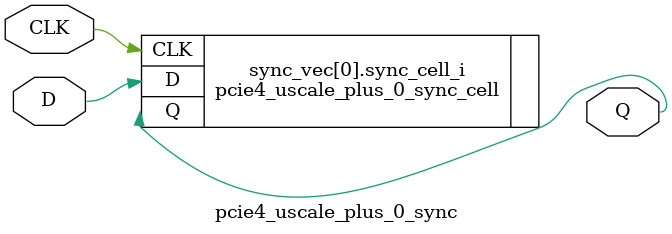
<source format=v>

`timescale 1ps / 1ps

(* DowngradeIPIdentifiedWarnings = "yes" *)
module pcie4_uscale_plus_0_sync #
(
    parameter integer WIDTH = 1, 
    parameter integer STAGE = 3
)
(
    //-------------------------------------------------------------------------- 
    //  Input Ports
    //-------------------------------------------------------------------------- 
    input                               CLK,
    input       [WIDTH-1:0]             D,
    
    //-------------------------------------------------------------------------- 
    //  Output Ports
    //-------------------------------------------------------------------------- 
    output      [WIDTH-1:0]             Q
);                                                        



//--------------------------------------------------------------------------------------------------
//  Generate Synchronizer - Begin
//--------------------------------------------------------------------------------------------------
genvar i;

generate for (i=0; i<WIDTH; i=i+1) 

    begin : sync_vec

    //----------------------------------------------------------------------
    //  Synchronizer
    //----------------------------------------------------------------------
    pcie4_uscale_plus_0_sync_cell #
    (
        .STAGE                          (STAGE)
    )    
    sync_cell_i
    (
        //------------------------------------------------------------------
        //  Input Ports
        //------------------------------------------------------------------
        .CLK                            (CLK),
        .D                              (D[i]),

        //------------------------------------------------------------------
        //  Output Ports
        //------------------------------------------------------------------
        .Q                              (Q[i])
    );
 
    end   
      
endgenerate 
//--------------------------------------------------------------------------------------------------
//  Generate - End
//--------------------------------------------------------------------------------------------------



endmodule

</source>
